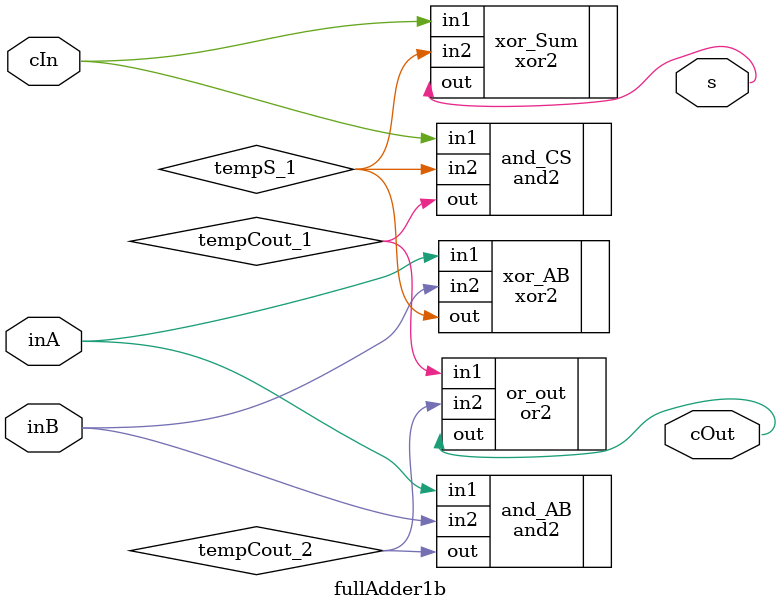
<source format=v>
module fullAdder1b(inA, inB, cIn, s, cOut);
// Label the inputs as inA, inB, and cIn (carry-in). Label the outputs as s and cOut
input wire inA;
input wire inB;
input wire cIn;
output wire s, cOut;

//Sum of the A and B
wire tempS_1;

xor2 xor_AB(.out(tempS_1), .in1(inA), .in2(inB));
xor2 xor_Sum(.out(s), .in1(cIn), .in2(tempS_1));

//Carry out of the A and B
wire tempCout_1;
wire tempCout_2;

and2 and_CS(.out(tempCout_1), .in1(cIn), .in2(tempS_1));
and2 and_AB(.out(tempCout_2), .in1(inA), .in2(inB));
or2 or_out(.out(cOut), .in1(tempCout_1), .in2(tempCout_2));

endmodule


</source>
